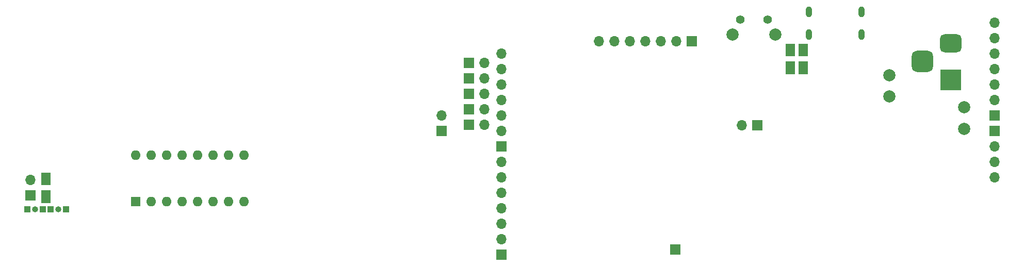
<source format=gbs>
G04 #@! TF.GenerationSoftware,KiCad,Pcbnew,(7.0.0-122-g9f10c142c4)*
G04 #@! TF.CreationDate,2023-03-12T11:56:23+09:00*
G04 #@! TF.ProjectId,qLAMP-main,714c414d-502d-46d6-9169-6e2e6b696361,rev?*
G04 #@! TF.SameCoordinates,Original*
G04 #@! TF.FileFunction,Soldermask,Bot*
G04 #@! TF.FilePolarity,Negative*
%FSLAX46Y46*%
G04 Gerber Fmt 4.6, Leading zero omitted, Abs format (unit mm)*
G04 Created by KiCad (PCBNEW (7.0.0-122-g9f10c142c4)) date 2023-03-12 11:56:23*
%MOMM*%
%LPD*%
G01*
G04 APERTURE LIST*
G04 Aperture macros list*
%AMRoundRect*
0 Rectangle with rounded corners*
0 $1 Rounding radius*
0 $2 $3 $4 $5 $6 $7 $8 $9 X,Y pos of 4 corners*
0 Add a 4 corners polygon primitive as box body*
4,1,4,$2,$3,$4,$5,$6,$7,$8,$9,$2,$3,0*
0 Add four circle primitives for the rounded corners*
1,1,$1+$1,$2,$3*
1,1,$1+$1,$4,$5*
1,1,$1+$1,$6,$7*
1,1,$1+$1,$8,$9*
0 Add four rect primitives between the rounded corners*
20,1,$1+$1,$2,$3,$4,$5,0*
20,1,$1+$1,$4,$5,$6,$7,0*
20,1,$1+$1,$6,$7,$8,$9,0*
20,1,$1+$1,$8,$9,$2,$3,0*%
%AMFreePoly0*
4,1,6,1.000000,0.000000,0.500000,-0.750000,-0.500000,-0.750000,-0.500000,0.750000,0.500000,0.750000,1.000000,0.000000,1.000000,0.000000,$1*%
G04 Aperture macros list end*
%ADD10C,2.000000*%
%ADD11R,1.700000X1.700000*%
%ADD12O,1.700000X1.700000*%
%ADD13R,3.500000X3.500000*%
%ADD14RoundRect,0.750000X-1.000000X0.750000X-1.000000X-0.750000X1.000000X-0.750000X1.000000X0.750000X0*%
%ADD15RoundRect,0.875000X-0.875000X0.875000X-0.875000X-0.875000X0.875000X-0.875000X0.875000X0.875000X0*%
%ADD16O,1.000000X1.800000*%
%ADD17C,1.400000*%
%ADD18R,1.600000X1.600000*%
%ADD19O,1.600000X1.600000*%
%ADD20R,1.000000X1.000000*%
%ADD21R,1.500000X1.500000*%
%ADD22FreePoly0,270.000000*%
%ADD23FreePoly0,90.000000*%
%ADD24O,1.000000X1.000000*%
G04 APERTURE END LIST*
D10*
X229680000Y-45070000D03*
X229680000Y-48570000D03*
X241980000Y-50360000D03*
X241980000Y-53860000D03*
D11*
X156179999Y-54190125D03*
D12*
X156179999Y-51650125D03*
D11*
X160666123Y-50650125D03*
D12*
X163206123Y-50650125D03*
D11*
X160666123Y-43030125D03*
D12*
X163206123Y-43030125D03*
D11*
X160666122Y-45570125D03*
D12*
X163206122Y-45570125D03*
D11*
X160666123Y-48110125D03*
D12*
X163206123Y-48110125D03*
D11*
X160666123Y-53190125D03*
D12*
X163206123Y-53190125D03*
D13*
X239795999Y-45809810D03*
D14*
X239796000Y-39809811D03*
D15*
X235096000Y-42809811D03*
D11*
X194599999Y-73679999D03*
D16*
X225107999Y-38419781D03*
X225107999Y-34619781D03*
X216467999Y-38419781D03*
X216467999Y-34619781D03*
D11*
X207999999Y-53269999D03*
D12*
X205459999Y-53269999D03*
D17*
X205250000Y-35900000D03*
X209750000Y-35900000D03*
D10*
X204000000Y-38400000D03*
X211000000Y-38400000D03*
D11*
X197249999Y-39499999D03*
D12*
X194709999Y-39499999D03*
X192169999Y-39499999D03*
X189629999Y-39499999D03*
X187089999Y-39499999D03*
X184549999Y-39499999D03*
X182009999Y-39499999D03*
X247000123Y-61810125D03*
X247000123Y-59270125D03*
X247000123Y-56730125D03*
D11*
X247000123Y-54190125D03*
D12*
X166000123Y-41490125D03*
X166000123Y-44030125D03*
X166000123Y-46570125D03*
X166000123Y-49110125D03*
X166000123Y-51650125D03*
X166000123Y-54190125D03*
D11*
X166000123Y-56730125D03*
D18*
X106029988Y-65809998D03*
D19*
X108569988Y-65809998D03*
X111109988Y-65809998D03*
X113649988Y-65809998D03*
X116189988Y-65809998D03*
X118729988Y-65809998D03*
X121269988Y-65809998D03*
X123809988Y-65809998D03*
X123809988Y-58189998D03*
X121269988Y-58189998D03*
X118729988Y-58189998D03*
X116189988Y-58189998D03*
X113649988Y-58189998D03*
X111109988Y-58189998D03*
X108569988Y-58189998D03*
X106029988Y-58189998D03*
D12*
X247000123Y-36410125D03*
X247000123Y-38950125D03*
X247000123Y-41490125D03*
X247000123Y-44030125D03*
X247000123Y-46570125D03*
X247000123Y-49110125D03*
D11*
X247000123Y-51650125D03*
X88719989Y-64785007D03*
D12*
X88719989Y-62245007D03*
X166000123Y-59270125D03*
X166000123Y-61810125D03*
X166000123Y-64350125D03*
X166000123Y-66890125D03*
X166000123Y-69430125D03*
X166000123Y-71970125D03*
D11*
X166000123Y-74510125D03*
D20*
X88239999Y-67049999D03*
X94590005Y-67050001D03*
D21*
X91240012Y-62355993D03*
X91240012Y-64755993D03*
D22*
X91240013Y-61555994D03*
D23*
X91240013Y-65555994D03*
D21*
X213457196Y-43590004D03*
X213457196Y-41190004D03*
D23*
X213457197Y-44390005D03*
D22*
X213457197Y-40390005D03*
D20*
X90779999Y-67049999D03*
D24*
X89509999Y-67049999D03*
D20*
X92049999Y-67049999D03*
D24*
X93319999Y-67049999D03*
D21*
X215599712Y-43590004D03*
X215599712Y-41190004D03*
D23*
X215599713Y-44390005D03*
D22*
X215599713Y-40390005D03*
M02*

</source>
